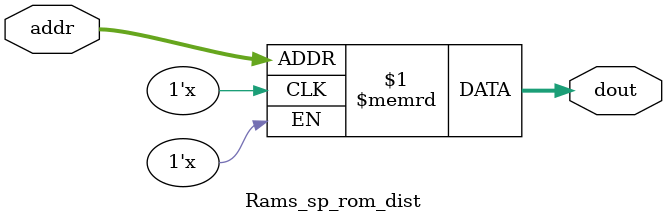
<source format=v>

module Rams_sp_rom_dist (addr,dout);

    parameter WIDTH = 16;
    parameter SIZE = 256;
    parameter ADDRWIDTH = 8;
    parameter  INITFILENAME = "";

    input [ADDRWIDTH - 1:0] addr;
    output [WIDTH - 1:0] dout;
    reg	[WIDTH - 1:0] ram [SIZE - 1:0];

    initial begin
        if (INITFILENAME != "") begin
            $readmemb(INITFILENAME, ram);
        end
    end

    assign dout = ram[addr];

endmodule : Rams_sp_rom_dist

</source>
